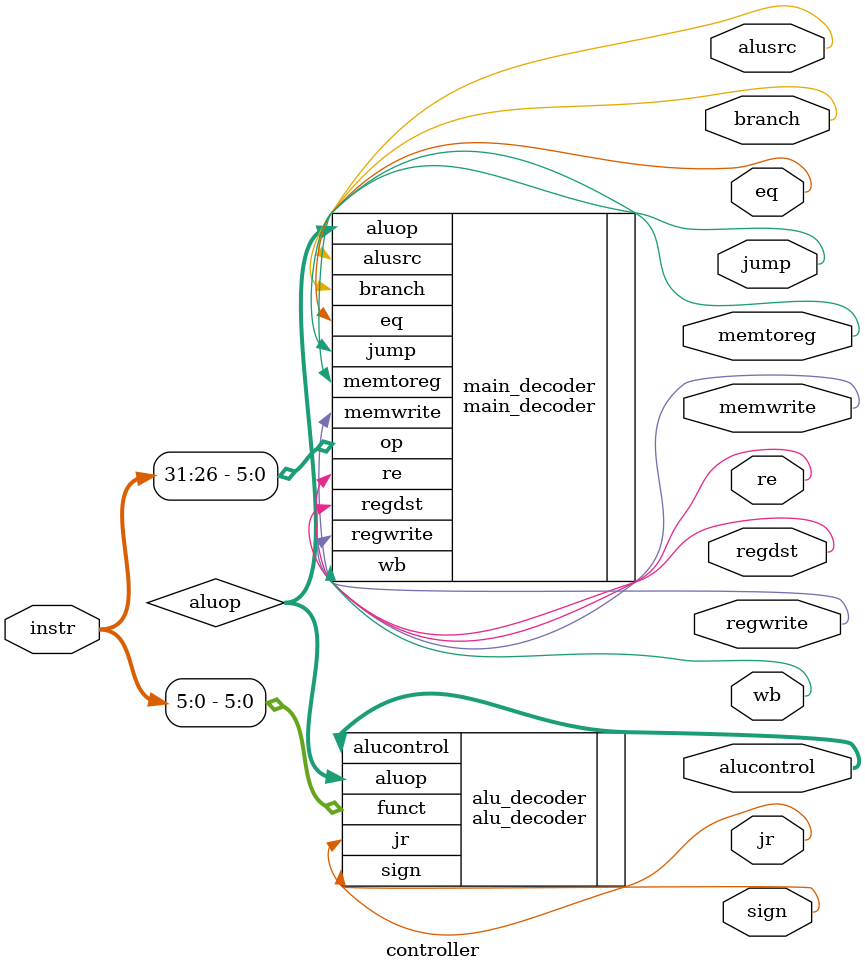
<source format=v>
`timescale 1ns / 1ps


module controller (
    input  wire [31:0] instr,
    output wire        re,
    output wire        wb,
    output wire        eq,
    output wire        jump,
    output wire        branch,
    output wire        alusrc,
    output wire        memwrite,
    output wire        memtoreg,
    output wire        regwrite,
    output wire        regdst,
    output wire [ 3:0] alucontrol,
    output wire        sign,
    output wire        jr
);

wire [2:0] aluop;

main_decoder main_decoder (
    .op       (instr[31:26]),
    .re       (re),
    .wb       (wb),
    .eq       (eq),
    .jump     (jump),
    .branch   (branch),
    .alusrc   (alusrc),
    .memwrite (memwrite),
    .memtoreg (memtoreg),
    .regwrite (regwrite),
    .regdst   (regdst),
    .aluop    (aluop)
);

alu_decoder alu_decoder (
    .funct      (instr[5:0]),
    .aluop      (aluop),
    .alucontrol (alucontrol),
    .sign       (sign),
    .jr         (jr)
);

endmodule

</source>
